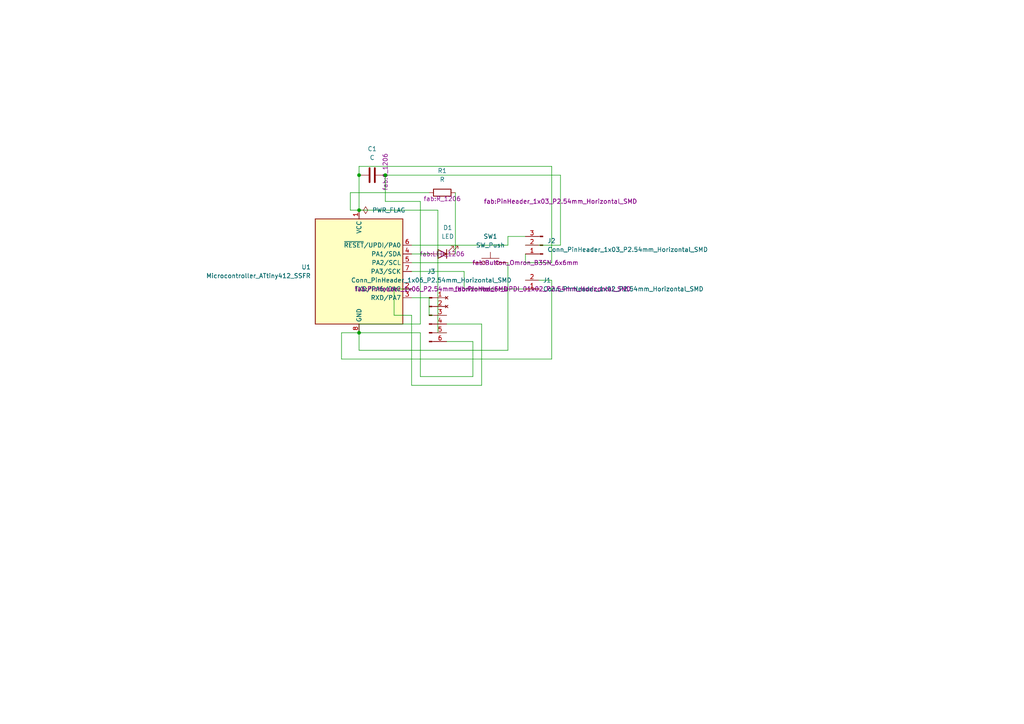
<source format=kicad_sch>
(kicad_sch (version 20211123) (generator eeschema)
  (paper "A4")
  (lib_symbols
    (symbol "Conn_PinHeader_1x06_P2.54mm_Horizontal_SMD_1" (pin_names (offset 1.016) hide)
      (property "Reference" "J3" (at 1.27 2.5401 0))
      (property "Value" "Conn_PinHeader_1x06_P2.54mm_Horizontal_SMD_1" (at 1.27 0.0001 0))
      (property "Footprint" "fab:PinHeader_1x06_P2.54mm_Horizontal_SMD" (at 0 -2.54 0))
      (symbol "Conn_PinHeader_1x06_P2.54mm_Horizontal_SMD_1_1_1"
        (polyline (pts (xy 1.27 -7.62) (xy 0.8636 -7.62)) (stroke (width 0.1524)))
        (polyline (pts (xy 1.27 -5.08) (xy 0.8636 -5.08)) (stroke (width 0.1524)))
        (polyline (pts (xy 1.27 -2.54) (xy 0.8636 -2.54)) (stroke (width 0.1524)))
        (polyline (pts (xy 1.27 0) (xy 0.8636 0)) (stroke (width 0.1524)))
        (polyline (pts (xy 1.27 2.54) (xy 0.8636 2.54)) (stroke (width 0.1524)))
        (polyline (pts (xy 1.27 5.08) (xy 0.8636 5.08)) (stroke (width 0.1524)))
        (rectangle (start 0.8636 -7.493) (end 0 -7.747) (stroke (width 0.1524)) (fill (type outline)))
        (rectangle (start 0.8636 -4.953) (end 0 -5.207) (stroke (width 0.1524)) (fill (type outline)))
        (rectangle (start 0.8636 -2.413) (end 0 -2.667) (stroke (width 0.1524)) (fill (type outline)))
        (rectangle (start 0.8636 0.127) (end 0 -0.127) (stroke (width 0.1524)) (fill (type outline)))
        (rectangle (start 0.8636 2.667) (end 0 2.413) (stroke (width 0.1524)) (fill (type outline)))
        (rectangle (start 0.8636 5.207) (end 0 4.953) (stroke (width 0.1524)) (fill (type outline)))
        (pin no_connect line (at 5.08 5.08 180) (length 3.81) (name "Pin_1") (number "1"))
        (pin no_connect line (at 5.08 2.54 180) (length 3.81) (name "Pin_2") (number "2"))
        (pin passive line (at 5.08 0 180) (length 3.81) (name "Pin_3") (number "3"))
        (pin passive line (at 5.08 -2.54 180) (length 3.81) (name "Pin_4") (number "4"))
        (pin passive line (at 5.08 -5.08 180) (length 3.81) (name "Pin_5") (number "5"))
        (pin passive line (at 5.08 -7.62 180) (length 3.81) (name "Pin_6") (number "6"))
      )
    )
    (symbol "Device:C" (pin_numbers hide) (pin_names (offset 0.254))
      (property "Reference" "C" (at 0.635 2.54 0))
      (property "Value" "C" (at 0.635 -2.54 0))
      (symbol "C_0_1"
        (polyline (pts (xy -2.032 -0.762) (xy 2.032 -0.762)) (stroke (width 0.508)))
        (polyline (pts (xy -2.032 0.762) (xy 2.032 0.762)) (stroke (width 0.508)))
      )
      (symbol "C_1_1"
        (pin passive line (at 0 3.81 270) (length 2.794) (name "~") (number "1"))
        (pin passive line (at 0 -3.81 90) (length 2.794) (name "~") (number "2"))
      )
    )
    (symbol "Device:LED" (pin_numbers hide) (pin_names (offset 1.016) hide)
      (property "Reference" "D" (at 0 2.54 0))
      (property "Value" "LED" (at 0 -2.54 0))
      (symbol "LED_0_1"
        (polyline (pts (xy -1.27 -1.27) (xy -1.27 1.27)) (stroke (width 0.254)))
        (polyline (pts (xy -1.27 0) (xy 1.27 0)))
        (polyline (pts (xy 1.27 -1.27) (xy 1.27 1.27) (xy -1.27 0) (xy 1.27 -1.27)) (stroke (width 0.254)))
        (polyline (pts (xy -3.048 -0.762) (xy -4.572 -2.286) (xy -3.81 -2.286) (xy -4.572 -2.286) (xy -4.572 -1.524)))
        (polyline (pts (xy -1.778 -0.762) (xy -3.302 -2.286) (xy -2.54 -2.286) (xy -3.302 -2.286) (xy -3.302 -1.524)))
      )
      (symbol "LED_1_1"
        (pin passive line (at -3.81 0 0) (length 2.54) (name "K") (number "1"))
        (pin passive line (at 3.81 0 180) (length 2.54) (name "A") (number "2"))
      )
    )
    (symbol "Device:R" (pin_numbers hide) (pin_names (offset 0))
      (property "Reference" "R" (at 2.032 0 90))
      (property "Value" "R" (at 0 0 90))
      (symbol "R_0_1"
        (rectangle (start -1.016 -2.54) (end 1.016 2.54) (stroke (width 0.254)))
      )
      (symbol "R_1_1"
        (pin passive line (at 0 3.81 270) (length 1.27) (name "~") (number "1"))
        (pin passive line (at 0 -3.81 90) (length 1.27) (name "~") (number "2"))
      )
    )
    (symbol "Switch:SW_Push" (pin_numbers hide) (pin_names (offset 1.016) hide)
      (property "Reference" "SW" (at 1.27 2.54 0))
      (property "Value" "SW_Push" (at 0 -1.524 0))
      (symbol "SW_Push_0_1"
        (circle (center -2.032 0) (radius 0.508))
        (polyline (pts (xy 0 1.27) (xy 0 3.048)))
        (polyline (pts (xy 2.54 1.27) (xy -2.54 1.27)))
        (circle (center 2.032 0) (radius 0.508))
        (pin passive line (at -5.08 0 0) (length 2.54) (name "1") (number "1"))
        (pin passive line (at 5.08 0 180) (length 2.54) (name "2") (number "2"))
      )
    )
    (symbol "fab:Conn_PinHeader_1x02_P2.54mm_Horizontal_SMD" (pin_names (offset 1.016))
      (property "Reference" "J" (at 0 2.54 0))
      (property "Value" "Conn_PinHeader_1x02_P2.54mm_Horizontal_SMD" (at 0 -5.08 0))
      (symbol "Conn_PinHeader_1x02_P2.54mm_Horizontal_SMD_1_1"
        (polyline (pts (xy 1.27 -2.54) (xy 0.8636 -2.54)) (stroke (width 0.1524)))
        (polyline (pts (xy 1.27 0) (xy 0.8636 0)) (stroke (width 0.1524)))
        (pin passive line (at 5.08 0 180) (length 3.81) (name "~") (number "1"))
        (pin passive line (at 5.08 -2.54 180) (length 3.81) (name "~") (number "2"))
      )
    )
    (symbol "fab:Conn_PinHeader_1x03_P2.54mm_Horizontal_SMD" (pin_names (offset 1.016) hide)
      (property "Reference" "J" (at 0 5.08 0))
      (property "Value" "Conn_PinHeader_1x03_P2.54mm_Horizontal_SMD" (at 0 -5.08 0))
      (symbol "Conn_PinHeader_1x03_P2.54mm_Horizontal_SMD_1_1"
        (polyline (pts (xy 1.27 -2.54) (xy 0.8636 -2.54)) (stroke (width 0.1524)))
        (polyline (pts (xy 1.27 0) (xy 0.8636 0)) (stroke (width 0.1524)))
        (polyline (pts (xy 1.27 2.54) (xy 0.8636 2.54)) (stroke (width 0.1524)))
        (rectangle (start 0.8636 -2.413) (end 0 -2.667) (stroke (width 0.1524)) (fill (type outline)))
        (rectangle (start 0.8636 0.127) (end 0 -0.127) (stroke (width 0.1524)) (fill (type outline)))
        (rectangle (start 0.8636 2.667) (end 0 2.413) (stroke (width 0.1524)) (fill (type outline)))
        (pin passive line (at 5.08 2.54 180) (length 3.81) (name "Pin_1") (number "1"))
        (pin passive line (at 5.08 0 180) (length 3.81) (name "Pin_2") (number "2"))
        (pin passive line (at 5.08 -2.54 180) (length 3.81) (name "Pin_3") (number "3"))
      )
    )
    (symbol "fab:Microcontroller_ATtiny412_SSFR"
      (property "Reference" "U" (at -12.7 17.78 0))
      (property "Value" "Microcontroller_ATtiny412_SSFR" (at 2.54 17.78 0))
      (symbol "Microcontroller_ATtiny412_SSFR_0_1"
        (rectangle (start -12.7 -15.24) (end 12.7 15.24) (stroke (width 0.254)) (fill (type background)))
      )
      (symbol "Microcontroller_ATtiny412_SSFR_1_1"
        (pin power_in line (at 0 17.78 270) (length 2.54) (name "VCC") (number "1"))
        (pin bidirectional line (at 15.24 -5.08 180) (length 2.54) (name "TXD/PA6/DAC") (number "2"))
        (pin bidirectional line (at 15.24 -7.62 180) (length 2.54) (name "RXD/PA7") (number "3"))
        (pin bidirectional line (at 15.24 5.08 180) (length 2.54) (name "PA1/SDA") (number "4"))
        (pin bidirectional line (at 15.24 2.54 180) (length 2.54) (name "PA2/SCL") (number "5"))
        (pin bidirectional line (at 15.24 7.62 180) (length 2.54) (name "~{RESET}/UPDI/PA0") (number "6"))
        (pin bidirectional line (at 15.24 0 180) (length 2.54) (name "PA3/SCK") (number "7"))
        (pin power_in line (at 0 -17.78 90) (length 2.54) (name "GND") (number "8"))
      )
    )
    (symbol "power:PWR_FLAG" (power) (pin_numbers hide) (pin_names (offset 0) hide)
      (property "Value" "PWR_FLAG" (at 0 3.81 0))
      (symbol "PWR_FLAG_0_0"
        (pin power_out line (at 0 0 90) (length 0) (name "pwr") (number "1"))
      )
      (symbol "PWR_FLAG_0_1"
        (polyline (pts (xy 0 0) (xy 0 1.27) (xy -1.016 1.905) (xy 0 2.54) (xy 1.016 1.905) (xy 0 1.27)))
      )
    )
  )
  (junction (at 111.76 50.8))
  (junction (at 104.14 60.96))
  (junction (at 104.14 50.8))
  (junction (at 104.14 96.52))
  (wire (pts (xy 101.6 60.96) (xy 104.14 60.96)))
  (wire (pts (xy 99.06 104.14) (xy 99.06 96.52)))
  (wire (pts (xy 119.38 78.74) (xy 134.62 78.74)))
  (wire (pts (xy 119.38 91.44) (xy 119.38 111.76)))
  (wire (pts (xy 99.06 104.14) (xy 160.02 104.14)))
  (wire (pts (xy 132.08 73.66) (xy 132.08 55.88)))
  (wire (pts (xy 99.06 96.52) (xy 104.14 96.52)))
  (wire (pts (xy 134.62 83.82) (xy 134.62 78.74)))
  (wire (pts (xy 152.4 81.28) (xy 160.02 81.28)))
  (wire (pts (xy 129.54 93.98) (xy 139.7 93.98)))
  (wire (pts (xy 114.3 91.44) (xy 119.38 91.44)))
  (wire (pts (xy 101.6 55.88) (xy 124.46 55.88)))
  (wire (pts (xy 119.38 76.2) (xy 137.16 76.2)))
  (wire (pts (xy 104.14 50.8) (xy 104.14 60.96)))
  (wire (pts (xy 104.14 60.96) (xy 127 60.96)))
  (wire (pts (xy 152.4 83.82) (xy 134.62 83.82)))
  (wire (pts (xy 121.92 109.22) (xy 137.16 109.22)))
  (wire (pts (xy 152.4 71.12) (xy 162.56 71.12)))
  (wire (pts (xy 137.16 109.22) (xy 137.16 99.06)))
  (wire (pts (xy 111.76 50.8) (xy 162.56 50.8)))
  (wire (pts (xy 124.46 86.36) (xy 124.46 91.44)))
  (wire (pts (xy 162.56 50.8) (xy 162.56 71.12)))
  (wire (pts (xy 147.32 101.6) (xy 104.14 101.6)))
  (wire (pts (xy 121.92 58.42) (xy 111.76 58.42)))
  (wire (pts (xy 160.02 76.2) (xy 160.02 48.26)))
  (wire (pts (xy 121.92 93.98) (xy 104.14 93.98)))
  (wire (pts (xy 147.32 68.58) (xy 152.4 68.58)))
  (wire (pts (xy 121.92 58.42) (xy 121.92 93.98)))
  (wire (pts (xy 124.46 91.44) (xy 129.54 91.44)))
  (wire (pts (xy 119.38 86.36) (xy 124.46 86.36)))
  (wire (pts (xy 147.32 76.2) (xy 147.32 101.6)))
  (wire (pts (xy 129.54 99.06) (xy 137.16 99.06)))
  (wire (pts (xy 152.4 76.2) (xy 160.02 76.2)))
  (wire (pts (xy 160.02 104.14) (xy 160.02 81.28)))
  (wire (pts (xy 127 96.52) (xy 129.54 96.52)))
  (wire (pts (xy 121.92 96.52) (xy 121.92 109.22)))
  (wire (pts (xy 119.38 83.82) (xy 114.3 83.82)))
  (wire (pts (xy 119.38 111.76) (xy 139.7 111.76)))
  (wire (pts (xy 101.6 55.88) (xy 101.6 60.96)))
  (wire (pts (xy 104.14 48.26) (xy 104.14 50.8)))
  (wire (pts (xy 160.02 48.26) (xy 104.14 48.26)))
  (wire (pts (xy 139.7 93.98) (xy 139.7 111.76)))
  (wire (pts (xy 104.14 93.98) (xy 104.14 96.52)))
  (wire (pts (xy 104.14 96.52) (xy 121.92 96.52)))
  (wire (pts (xy 147.32 71.12) (xy 147.32 68.58)))
  (wire (pts (xy 114.3 83.82) (xy 114.3 91.44)))
  (wire (pts (xy 111.76 58.42) (xy 111.76 50.8)))
  (wire (pts (xy 104.14 101.6) (xy 104.14 96.52)))
  (wire (pts (xy 119.38 73.66) (xy 124.46 73.66)))
  (wire (pts (xy 152.4 73.66) (xy 152.4 76.2)))
  (wire (pts (xy 119.38 71.12) (xy 147.32 71.12)))
  (wire (pts (xy 127 60.96) (xy 127 96.52)))
  (symbol (lib_id "Device:R") (at 128.27 55.88 90) (unit 1)
    (property "Reference" "R1" (at 128.27 49.53 90))
    (property "Value" "R" (at 128.27 52.07 90))
    (property "Footprint" "fab:R_1206" (at 128.27 57.658 90))
  )
  (symbol (lib_id "Switch:SW_Push") (at 142.24 76.2 0) (unit 1)
    (property "Reference" "SW1" (at 142.24 68.58 0))
    (property "Value" "SW_Push" (at 142.24 71.12 0))
    (property "Footprint" "fab:Button_Omron_B3SN_6x6mm" (at 152.4 76.2 0))
  )
  (symbol (lib_id "fab:Microcontroller_ATtiny412_SSFR") (at 104.14 78.74 0) (unit 1)
    (property "Reference" "U1" (at 90.17 77.4699 0) (effects (justify right)))
    (property "Value" "Microcontroller_ATtiny412_SSFR" (at 90.17 80.0099 0) (effects (justify right)))
    (property "Footprint" "fab:SOIC-8_3.9x4.9mm_P1.27mm" (effects hide))
    (property "Datasheet" "http://ww1.microchip.com/downloads/en/DeviceDoc/40001911A.pdf" (effects hide))
  )
  (symbol (lib_id "Device:LED") (at 128.27 73.66 180) (unit 1)
    (property "Reference" "D1" (at 129.8575 66.04 0))
    (property "Value" "LED" (at 129.8575 68.58 0))
    (property "Footprint" "fab:LED_1206" (at 128.27 73.66 0))
  )
  (symbol (lib_name "Conn_PinHeader_1x06_P2.54mm_Horizontal_SMD_1") (lib_id "fab:Conn_PinHeader_1x06_P2.54mm_Horizontal_SMD") (at 124.46 91.44 0) (unit 1)
    (property "Reference" "J3" (at 125.095 78.74 0))
    (property "Value" "Conn_PinHeader_1x06_P2.54mm_Horizontal_SMD" (at 125.095 81.28 0))
    (property "Footprint" "fab:PinHeader_1x06_P2.54mm_Horizontal_SMD" (at 125.095 83.82 0))
  )
  (symbol (lib_id "fab:Conn_PinHeader_1x03_P2.54mm_Horizontal_SMD") (at 157.48 71.12 180) (unit 1)
    (property "Reference" "J2" (at 158.75 69.8499 0) (effects (justify right)))
    (property "Value" "Conn_PinHeader_1x03_P2.54mm_Horizontal_SMD" (at 158.75 72.3899 0) (effects (justify right)))
    (property "Footprint" "fab:PinHeader_1x03_P2.54mm_Horizontal_SMD" (at 162.56 58.42 0))
  )
  (symbol (lib_id "power:PWR_FLAG") (at 104.14 60.96 270) (unit 1)
    (property "Reference" "#FLG0101" (effects hide))
    (property "Value" "PWR_FLAG" (at 107.95 60.9599 90) (effects (justify left)))
  )
  (symbol (lib_id "fab:Conn_PinHeader_1x02_P2.54mm_Horizontal_SMD") (at 157.48 83.82 180) (unit 1)
    (property "Reference" "J1" (at 157.48 81.2799 0) (effects (justify right)))
    (property "Value" "Conn_PinHeader_1x02_P2.54mm_Horizontal_SMD" (at 157.48 83.8199 0) (effects (justify right)))
    (property "Footprint" "fab:PinHeader_UPDI_01x02_P2.54mm_Horizontal_SMD" (at 157.48 83.82 0))
  )
  (symbol (lib_id "Device:C") (at 107.95 50.8 90) (unit 1)
    (property "Reference" "C1" (at 107.95 43.18 90))
    (property "Value" "C" (at 107.95 45.72 90))
    (property "Footprint" "fab:C_1206" (at 111.76 49.8348 0))
  )
)
</source>
